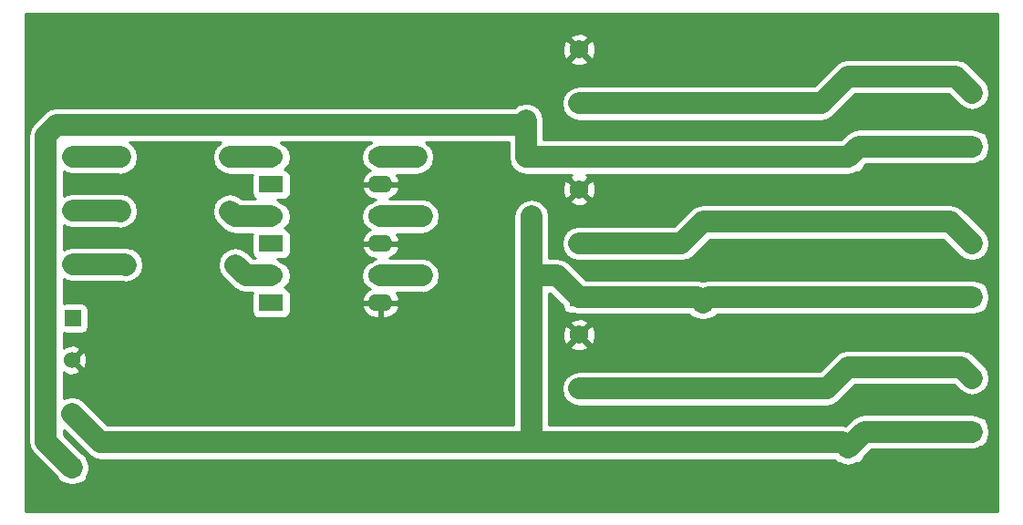
<source format=gbr>
G04 #@! TF.FileFunction,Copper,L1,Top,Signal*
%FSLAX46Y46*%
G04 Gerber Fmt 4.6, Leading zero omitted, Abs format (unit mm)*
G04 Created by KiCad (PCBNEW 4.0.7-e1-6374~58~ubuntu14.04.1) date Fri Aug 18 20:02:15 2017*
%MOMM*%
%LPD*%
G01*
G04 APERTURE LIST*
%ADD10C,0.100000*%
%ADD11C,1.524000*%
%ADD12R,1.562100X1.562100*%
%ADD13C,1.562100*%
%ADD14R,1.524000X1.524000*%
%ADD15R,1.750000X1.750000*%
%ADD16C,1.750000*%
%ADD17R,2.286000X1.574800*%
%ADD18O,2.286000X1.574800*%
%ADD19C,2.000000*%
%ADD20C,0.254000*%
G04 APERTURE END LIST*
D10*
D11*
X167580000Y-140500000D03*
X157420000Y-140500000D03*
X167580000Y-145500000D03*
X157420000Y-145500000D03*
X168080000Y-150500000D03*
X157920000Y-150500000D03*
X184920000Y-140500000D03*
X195080000Y-140500000D03*
X185420000Y-146000000D03*
X195580000Y-146000000D03*
X185420000Y-151500000D03*
X195580000Y-151500000D03*
D12*
X225000000Y-140493000D03*
D13*
X225000000Y-133000000D03*
D12*
X211500000Y-153993000D03*
D13*
X211500000Y-146500000D03*
D12*
X225000000Y-167493000D03*
D13*
X225000000Y-160000000D03*
D14*
X236500000Y-166000000D03*
D11*
X236500000Y-161000000D03*
D14*
X236500000Y-139500000D03*
D11*
X236500000Y-134500000D03*
D14*
X236500000Y-153500000D03*
D11*
X236500000Y-148500000D03*
D14*
X153035000Y-155455000D03*
D11*
X153035000Y-150455000D03*
X153035000Y-145455000D03*
X153035000Y-140455000D03*
D14*
X152908000Y-169338000D03*
D11*
X152908000Y-164338000D03*
X152908000Y-159338000D03*
D15*
X200000000Y-140500000D03*
D16*
X200000000Y-135500000D03*
X200000000Y-130500000D03*
D15*
X200000000Y-153500000D03*
D16*
X200000000Y-148500000D03*
X200000000Y-143500000D03*
D15*
X200000000Y-167000000D03*
D16*
X200000000Y-162000000D03*
X200000000Y-157000000D03*
D17*
X171420000Y-154020000D03*
D18*
X171420000Y-151480000D03*
X181580000Y-151480000D03*
X181580000Y-154020000D03*
D17*
X171420000Y-148520000D03*
D18*
X171420000Y-145980000D03*
X181580000Y-145980000D03*
X181580000Y-148520000D03*
D17*
X171420000Y-143020000D03*
D18*
X171420000Y-140480000D03*
X181580000Y-140480000D03*
X181580000Y-143020000D03*
D19*
X200000000Y-148500000D02*
X209500000Y-148500000D01*
X209500000Y-148500000D02*
X211500000Y-146500000D01*
X211500000Y-146500000D02*
X234500000Y-146500000D01*
X234500000Y-146500000D02*
X236500000Y-148500000D01*
X181580000Y-151480000D02*
X185400000Y-151480000D01*
X185400000Y-151480000D02*
X185420000Y-151500000D01*
X195580000Y-151500000D02*
X195580000Y-167000000D01*
X195580000Y-167000000D02*
X200000000Y-167000000D01*
X200000000Y-167000000D02*
X224507000Y-167000000D01*
X224507000Y-167000000D02*
X225000000Y-167493000D01*
X200000000Y-167000000D02*
X155570000Y-167000000D01*
X155570000Y-167000000D02*
X152908000Y-164338000D01*
X195580000Y-151500000D02*
X198000000Y-151500000D01*
X198000000Y-151500000D02*
X200000000Y-153500000D01*
X200000000Y-153500000D02*
X211007000Y-153500000D01*
X211007000Y-153500000D02*
X211500000Y-153993000D01*
X236500000Y-153500000D02*
X211993000Y-153500000D01*
X211993000Y-153500000D02*
X211500000Y-153993000D01*
X236500000Y-166000000D02*
X226493000Y-166000000D01*
X226493000Y-166000000D02*
X225000000Y-167493000D01*
X195580000Y-146000000D02*
X195580000Y-151500000D01*
X195080000Y-140500000D02*
X200000000Y-140500000D01*
X225000000Y-140493000D02*
X200007000Y-140493000D01*
X200007000Y-140493000D02*
X200000000Y-140500000D01*
X236500000Y-139500000D02*
X225993000Y-139500000D01*
X225993000Y-139500000D02*
X225000000Y-140493000D01*
X195080000Y-140500000D02*
X195080000Y-137080000D01*
X150500000Y-166930000D02*
X152908000Y-169338000D01*
X150500000Y-138500000D02*
X150500000Y-166930000D01*
X151500000Y-137500000D02*
X150500000Y-138500000D01*
X194660000Y-137500000D02*
X151500000Y-137500000D01*
X195080000Y-137080000D02*
X194660000Y-137500000D01*
X153035000Y-150455000D02*
X157875000Y-150455000D01*
X157875000Y-150455000D02*
X157920000Y-150500000D01*
X153035000Y-145455000D02*
X157375000Y-145455000D01*
X157375000Y-145455000D02*
X157420000Y-145500000D01*
X153035000Y-140455000D02*
X157375000Y-140455000D01*
X157375000Y-140455000D02*
X157420000Y-140500000D01*
X200000000Y-162000000D02*
X223000000Y-162000000D01*
X223000000Y-162000000D02*
X225000000Y-160000000D01*
X225000000Y-160000000D02*
X235500000Y-160000000D01*
X235500000Y-160000000D02*
X236500000Y-161000000D01*
X200000000Y-135500000D02*
X222500000Y-135500000D01*
X222500000Y-135500000D02*
X225000000Y-133000000D01*
X225000000Y-133000000D02*
X235000000Y-133000000D01*
X235000000Y-133000000D02*
X236500000Y-134500000D01*
X171420000Y-145980000D02*
X168060000Y-145980000D01*
X168060000Y-145980000D02*
X167580000Y-145500000D01*
X171420000Y-151480000D02*
X169060000Y-151480000D01*
X169060000Y-151480000D02*
X168080000Y-150500000D01*
X171420000Y-140480000D02*
X167600000Y-140480000D01*
X167600000Y-140480000D02*
X167580000Y-140500000D01*
X181580000Y-140480000D02*
X184900000Y-140480000D01*
X184900000Y-140480000D02*
X184920000Y-140500000D01*
X181580000Y-145980000D02*
X185400000Y-145980000D01*
X185400000Y-145980000D02*
X185420000Y-146000000D01*
D20*
G36*
X238873000Y-173373000D02*
X148627000Y-173373000D01*
X148627000Y-138500000D01*
X148864999Y-138500000D01*
X148865000Y-138500005D01*
X148865000Y-166929995D01*
X148864999Y-166930000D01*
X148989457Y-167555688D01*
X149343880Y-168086120D01*
X151531194Y-170273433D01*
X151542838Y-170335317D01*
X151681910Y-170551441D01*
X151894110Y-170696431D01*
X152124478Y-170743082D01*
X152282312Y-170848543D01*
X152908000Y-170973000D01*
X153533687Y-170848543D01*
X153690877Y-170743512D01*
X153905317Y-170703162D01*
X154121441Y-170564090D01*
X154266431Y-170351890D01*
X154313082Y-170121520D01*
X154418543Y-169963687D01*
X154543000Y-169338000D01*
X154418543Y-168712312D01*
X154313511Y-168555121D01*
X154273162Y-168340683D01*
X154134090Y-168124559D01*
X153921890Y-167979569D01*
X153846552Y-167964313D01*
X152135000Y-166252760D01*
X152135000Y-165877240D01*
X154413878Y-168156117D01*
X154413880Y-168156120D01*
X154687715Y-168339090D01*
X154944313Y-168510543D01*
X155570000Y-168635001D01*
X155570005Y-168635000D01*
X223696631Y-168635000D01*
X223754860Y-168725491D01*
X223967060Y-168870481D01*
X224218950Y-168921490D01*
X224251511Y-168921490D01*
X224374312Y-169003543D01*
X225000000Y-169128001D01*
X225625688Y-169003543D01*
X225748489Y-168921490D01*
X225781050Y-168921490D01*
X226016367Y-168877212D01*
X226232491Y-168738140D01*
X226377481Y-168525940D01*
X226402412Y-168402828D01*
X227170239Y-167635000D01*
X236500000Y-167635000D01*
X237125687Y-167510543D01*
X237282878Y-167405511D01*
X237497317Y-167365162D01*
X237713441Y-167226090D01*
X237858431Y-167013890D01*
X237905082Y-166783521D01*
X238010543Y-166625687D01*
X238135000Y-166000000D01*
X238010543Y-165374313D01*
X237905511Y-165217122D01*
X237865162Y-165002683D01*
X237726090Y-164786559D01*
X237513890Y-164641569D01*
X237283521Y-164594918D01*
X237125687Y-164489457D01*
X236500000Y-164365000D01*
X226493005Y-164365000D01*
X226493000Y-164364999D01*
X225867312Y-164489457D01*
X225716001Y-164590560D01*
X225336880Y-164843880D01*
X225336878Y-164843883D01*
X224764534Y-165416226D01*
X224507000Y-165364999D01*
X224506995Y-165365000D01*
X197215000Y-165365000D01*
X197215000Y-162000000D01*
X198365000Y-162000000D01*
X198489457Y-162625687D01*
X198843880Y-163156120D01*
X199374313Y-163510543D01*
X200000000Y-163635000D01*
X222999995Y-163635000D01*
X223000000Y-163635001D01*
X223625688Y-163510543D01*
X224156120Y-163156120D01*
X225677239Y-161635000D01*
X234822760Y-161635000D01*
X235343881Y-162156120D01*
X235874313Y-162510543D01*
X236500000Y-162635001D01*
X237125688Y-162510543D01*
X237656120Y-162156120D01*
X238010543Y-161625688D01*
X238135001Y-161000000D01*
X238010543Y-160374313D01*
X237656120Y-159843881D01*
X236656120Y-158843880D01*
X236125688Y-158489457D01*
X235500000Y-158364999D01*
X235499995Y-158365000D01*
X225000000Y-158365000D01*
X224374312Y-158489457D01*
X224198611Y-158606857D01*
X223843880Y-158843880D01*
X223843878Y-158843883D01*
X222322760Y-160365000D01*
X200000000Y-160365000D01*
X199374313Y-160489457D01*
X198843880Y-160843880D01*
X198489457Y-161374313D01*
X198365000Y-162000000D01*
X197215000Y-162000000D01*
X197215000Y-158062060D01*
X199117545Y-158062060D01*
X199200884Y-158315953D01*
X199765306Y-158521590D01*
X200365458Y-158495579D01*
X200799116Y-158315953D01*
X200882455Y-158062060D01*
X200000000Y-157179605D01*
X199117545Y-158062060D01*
X197215000Y-158062060D01*
X197215000Y-156765306D01*
X198478410Y-156765306D01*
X198504421Y-157365458D01*
X198684047Y-157799116D01*
X198937940Y-157882455D01*
X199820395Y-157000000D01*
X200179605Y-157000000D01*
X201062060Y-157882455D01*
X201315953Y-157799116D01*
X201521590Y-157234694D01*
X201495579Y-156634542D01*
X201315953Y-156200884D01*
X201062060Y-156117545D01*
X200179605Y-157000000D01*
X199820395Y-157000000D01*
X198937940Y-156117545D01*
X198684047Y-156200884D01*
X198478410Y-156765306D01*
X197215000Y-156765306D01*
X197215000Y-155937940D01*
X199117545Y-155937940D01*
X200000000Y-156820395D01*
X200882455Y-155937940D01*
X200799116Y-155684047D01*
X200234694Y-155478410D01*
X199634542Y-155504421D01*
X199200884Y-155684047D01*
X199117545Y-155937940D01*
X197215000Y-155937940D01*
X197215000Y-153135000D01*
X197322760Y-153135000D01*
X198477560Y-154289799D01*
X198477560Y-154375000D01*
X198521838Y-154610317D01*
X198660910Y-154826441D01*
X198873110Y-154971431D01*
X199125000Y-155022440D01*
X199434122Y-155022440D01*
X200000000Y-155135000D01*
X210196631Y-155135000D01*
X210254860Y-155225491D01*
X210467060Y-155370481D01*
X210718950Y-155421490D01*
X210751511Y-155421490D01*
X210874312Y-155503543D01*
X211500000Y-155628001D01*
X212125688Y-155503543D01*
X212248489Y-155421490D01*
X212281050Y-155421490D01*
X212516367Y-155377212D01*
X212732491Y-155238140D01*
X212802964Y-155135000D01*
X236500000Y-155135000D01*
X237125687Y-155010543D01*
X237282878Y-154905511D01*
X237497317Y-154865162D01*
X237713441Y-154726090D01*
X237858431Y-154513890D01*
X237905082Y-154283521D01*
X238010543Y-154125687D01*
X238135000Y-153500000D01*
X238010543Y-152874313D01*
X237905511Y-152717122D01*
X237865162Y-152502683D01*
X237726090Y-152286559D01*
X237513890Y-152141569D01*
X237283521Y-152094918D01*
X237125687Y-151989457D01*
X236500000Y-151865000D01*
X211993000Y-151865000D01*
X211500001Y-151963064D01*
X211007000Y-151864999D01*
X211006995Y-151865000D01*
X200677239Y-151865000D01*
X199156120Y-150343880D01*
X198625688Y-149989457D01*
X198000000Y-149864999D01*
X197999995Y-149865000D01*
X197215000Y-149865000D01*
X197215000Y-148500000D01*
X198365000Y-148500000D01*
X198489457Y-149125687D01*
X198843880Y-149656120D01*
X199374313Y-150010543D01*
X200000000Y-150135000D01*
X209499995Y-150135000D01*
X209500000Y-150135001D01*
X210125688Y-150010543D01*
X210656120Y-149656120D01*
X212177239Y-148135000D01*
X233822760Y-148135000D01*
X235343880Y-149656119D01*
X235874312Y-150010543D01*
X236500000Y-150135000D01*
X237125688Y-150010543D01*
X237656119Y-149656119D01*
X238010543Y-149125688D01*
X238135000Y-148500000D01*
X238010543Y-147874312D01*
X237656119Y-147343880D01*
X235656120Y-145343880D01*
X235125688Y-144989457D01*
X234500000Y-144864999D01*
X234499995Y-144865000D01*
X211500000Y-144865000D01*
X210874312Y-144989457D01*
X210661851Y-145131419D01*
X210343880Y-145343880D01*
X210343878Y-145343883D01*
X208822760Y-146865000D01*
X200000000Y-146865000D01*
X199374313Y-146989457D01*
X198843880Y-147343880D01*
X198489457Y-147874313D01*
X198365000Y-148500000D01*
X197215000Y-148500000D01*
X197215000Y-146000000D01*
X197090543Y-145374313D01*
X196736120Y-144843880D01*
X196314346Y-144562060D01*
X199117545Y-144562060D01*
X199200884Y-144815953D01*
X199765306Y-145021590D01*
X200365458Y-144995579D01*
X200799116Y-144815953D01*
X200882455Y-144562060D01*
X200000000Y-143679605D01*
X199117545Y-144562060D01*
X196314346Y-144562060D01*
X196205687Y-144489457D01*
X195580000Y-144365000D01*
X194954313Y-144489457D01*
X194423880Y-144843880D01*
X194069457Y-145374313D01*
X193945000Y-146000000D01*
X193945000Y-165365000D01*
X156247239Y-165365000D01*
X154064120Y-163181880D01*
X153533688Y-162827457D01*
X152908000Y-162702999D01*
X152282312Y-162827457D01*
X152135000Y-162925888D01*
X152135000Y-160414466D01*
X152176857Y-160560397D01*
X152700302Y-160747144D01*
X153255368Y-160719362D01*
X153639143Y-160560397D01*
X153708608Y-160318213D01*
X152908000Y-159517605D01*
X152893858Y-159531748D01*
X152714253Y-159352143D01*
X152728395Y-159338000D01*
X153087605Y-159338000D01*
X153888213Y-160138608D01*
X154130397Y-160069143D01*
X154317144Y-159545698D01*
X154289362Y-158990632D01*
X154130397Y-158606857D01*
X153888213Y-158537392D01*
X153087605Y-159338000D01*
X152728395Y-159338000D01*
X152714253Y-159323858D01*
X152893858Y-159144253D01*
X152908000Y-159158395D01*
X153708608Y-158357787D01*
X153639143Y-158115603D01*
X153115698Y-157928856D01*
X152560632Y-157956638D01*
X152176857Y-158115603D01*
X152135000Y-158261534D01*
X152135000Y-156836494D01*
X152273000Y-156864440D01*
X153797000Y-156864440D01*
X154032317Y-156820162D01*
X154248441Y-156681090D01*
X154393431Y-156468890D01*
X154444440Y-156217000D01*
X154444440Y-154693000D01*
X154400162Y-154457683D01*
X154261090Y-154241559D01*
X154048890Y-154096569D01*
X153797000Y-154045560D01*
X152273000Y-154045560D01*
X152135000Y-154071527D01*
X152135000Y-151782253D01*
X152409313Y-151965543D01*
X153035000Y-152090000D01*
X157693767Y-152090000D01*
X157920000Y-152135001D01*
X158545688Y-152010543D01*
X159076120Y-151656120D01*
X159430543Y-151125688D01*
X159555001Y-150500000D01*
X159430543Y-149874313D01*
X159076120Y-149343881D01*
X159031120Y-149298880D01*
X158500688Y-148944457D01*
X157875000Y-148819999D01*
X157874995Y-148820000D01*
X153035000Y-148820000D01*
X152409313Y-148944457D01*
X152135000Y-149127747D01*
X152135000Y-146782253D01*
X152409313Y-146965543D01*
X153035000Y-147090000D01*
X157193767Y-147090000D01*
X157420000Y-147135001D01*
X158045688Y-147010543D01*
X158576120Y-146656120D01*
X158930543Y-146125688D01*
X159055001Y-145500000D01*
X158930543Y-144874313D01*
X158576120Y-144343881D01*
X158531120Y-144298880D01*
X158000688Y-143944457D01*
X157375000Y-143819999D01*
X157374995Y-143820000D01*
X153035000Y-143820000D01*
X152409313Y-143944457D01*
X152135000Y-144127747D01*
X152135000Y-141782253D01*
X152409313Y-141965543D01*
X153035000Y-142090000D01*
X157193767Y-142090000D01*
X157420000Y-142135001D01*
X158045688Y-142010543D01*
X158576120Y-141656120D01*
X158930543Y-141125688D01*
X159055001Y-140500000D01*
X158930543Y-139874313D01*
X158576120Y-139343881D01*
X158531120Y-139298880D01*
X158285856Y-139135000D01*
X166726560Y-139135000D01*
X166443880Y-139323880D01*
X166443878Y-139323883D01*
X166423880Y-139343880D01*
X166069457Y-139874312D01*
X165944999Y-140500000D01*
X166069457Y-141125688D01*
X166423880Y-141656120D01*
X166954312Y-142010543D01*
X167580000Y-142135001D01*
X167680551Y-142115000D01*
X169653375Y-142115000D01*
X169629560Y-142232600D01*
X169629560Y-143807400D01*
X169673838Y-144042717D01*
X169812910Y-144258841D01*
X169939008Y-144345000D01*
X168737240Y-144345000D01*
X168736120Y-144343880D01*
X168205688Y-143989457D01*
X167580000Y-143864999D01*
X166954312Y-143989457D01*
X166423880Y-144343880D01*
X166069457Y-144874312D01*
X165944999Y-145500000D01*
X166069457Y-146125688D01*
X166423880Y-146656120D01*
X166903878Y-147136117D01*
X166903880Y-147136120D01*
X167419597Y-147480710D01*
X167434313Y-147490543D01*
X168060000Y-147615001D01*
X168060005Y-147615000D01*
X169653375Y-147615000D01*
X169629560Y-147732600D01*
X169629560Y-149307400D01*
X169673838Y-149542717D01*
X169812910Y-149758841D01*
X169939008Y-149845000D01*
X169737239Y-149845000D01*
X169236120Y-149343880D01*
X168705688Y-148989457D01*
X168080000Y-148864999D01*
X167454312Y-148989457D01*
X166923880Y-149343880D01*
X166569457Y-149874312D01*
X166444999Y-150500000D01*
X166569457Y-151125688D01*
X166923880Y-151656120D01*
X167903878Y-152636117D01*
X167903880Y-152636120D01*
X168221851Y-152848581D01*
X168434312Y-152990543D01*
X169060000Y-153115000D01*
X169653375Y-153115000D01*
X169629560Y-153232600D01*
X169629560Y-154807400D01*
X169673838Y-155042717D01*
X169812910Y-155258841D01*
X170025110Y-155403831D01*
X170277000Y-155454840D01*
X172563000Y-155454840D01*
X172798317Y-155410562D01*
X173014441Y-155271490D01*
X173159431Y-155059290D01*
X173210440Y-154807400D01*
X173210440Y-154367060D01*
X179844990Y-154367060D01*
X179861673Y-154446996D01*
X180128809Y-154935986D01*
X180562738Y-155285525D01*
X181097400Y-155442400D01*
X181453000Y-155442400D01*
X181453000Y-154147000D01*
X181707000Y-154147000D01*
X181707000Y-155442400D01*
X182062600Y-155442400D01*
X182597262Y-155285525D01*
X183031191Y-154935986D01*
X183298327Y-154446996D01*
X183315010Y-154367060D01*
X183192852Y-154147000D01*
X181707000Y-154147000D01*
X181453000Y-154147000D01*
X179967148Y-154147000D01*
X179844990Y-154367060D01*
X173210440Y-154367060D01*
X173210440Y-153232600D01*
X173166162Y-152997283D01*
X173027090Y-152781159D01*
X172814890Y-152636169D01*
X172643197Y-152601400D01*
X172816222Y-152485789D01*
X173124559Y-152024329D01*
X173232833Y-151480000D01*
X179767167Y-151480000D01*
X179875441Y-152024329D01*
X180183778Y-152485789D01*
X180578830Y-152749754D01*
X180562738Y-152754475D01*
X180128809Y-153104014D01*
X179861673Y-153593004D01*
X179844990Y-153672940D01*
X179967148Y-153893000D01*
X181453000Y-153893000D01*
X181453000Y-153873000D01*
X181707000Y-153873000D01*
X181707000Y-153893000D01*
X183192852Y-153893000D01*
X183315010Y-153672940D01*
X183298327Y-153593004D01*
X183037193Y-153115000D01*
X185319453Y-153115000D01*
X185420000Y-153135000D01*
X186045687Y-153010543D01*
X186576119Y-152656119D01*
X186930543Y-152125687D01*
X187055000Y-151500000D01*
X186930543Y-150874312D01*
X186576119Y-150343880D01*
X186556120Y-150323880D01*
X186025688Y-149969457D01*
X185400000Y-149844999D01*
X185399995Y-149845000D01*
X182394559Y-149845000D01*
X182597262Y-149785525D01*
X183031191Y-149435986D01*
X183298327Y-148946996D01*
X183315010Y-148867060D01*
X183192852Y-148647000D01*
X181707000Y-148647000D01*
X181707000Y-148667000D01*
X181453000Y-148667000D01*
X181453000Y-148647000D01*
X179967148Y-148647000D01*
X179844990Y-148867060D01*
X179861673Y-148946996D01*
X180128809Y-149435986D01*
X180562738Y-149785525D01*
X181094547Y-149941563D01*
X180954313Y-149969457D01*
X180666760Y-150161593D01*
X180645238Y-150165874D01*
X180183778Y-150474211D01*
X179875441Y-150935671D01*
X179767167Y-151480000D01*
X173232833Y-151480000D01*
X173124559Y-150935671D01*
X172816222Y-150474211D01*
X172354762Y-150165874D01*
X172333240Y-150161593D01*
X172045687Y-149969457D01*
X171972202Y-149954840D01*
X172563000Y-149954840D01*
X172798317Y-149910562D01*
X173014441Y-149771490D01*
X173159431Y-149559290D01*
X173210440Y-149307400D01*
X173210440Y-147732600D01*
X173166162Y-147497283D01*
X173027090Y-147281159D01*
X172814890Y-147136169D01*
X172643197Y-147101400D01*
X172816222Y-146985789D01*
X173124559Y-146524329D01*
X173232833Y-145980000D01*
X179767167Y-145980000D01*
X179875441Y-146524329D01*
X180183778Y-146985789D01*
X180578830Y-147249754D01*
X180562738Y-147254475D01*
X180128809Y-147604014D01*
X179861673Y-148093004D01*
X179844990Y-148172940D01*
X179967148Y-148393000D01*
X181453000Y-148393000D01*
X181453000Y-148373000D01*
X181707000Y-148373000D01*
X181707000Y-148393000D01*
X183192852Y-148393000D01*
X183315010Y-148172940D01*
X183298327Y-148093004D01*
X183037193Y-147615000D01*
X185319453Y-147615000D01*
X185420000Y-147635000D01*
X186045687Y-147510543D01*
X186576119Y-147156119D01*
X186930543Y-146625687D01*
X187055000Y-146000000D01*
X186930543Y-145374312D01*
X186576119Y-144843880D01*
X186556120Y-144823880D01*
X186025688Y-144469457D01*
X185400000Y-144344999D01*
X185399995Y-144345000D01*
X182394559Y-144345000D01*
X182597262Y-144285525D01*
X183031191Y-143935986D01*
X183298327Y-143446996D01*
X183315010Y-143367060D01*
X183258526Y-143265306D01*
X198478410Y-143265306D01*
X198504421Y-143865458D01*
X198684047Y-144299116D01*
X198937940Y-144382455D01*
X199820395Y-143500000D01*
X200179605Y-143500000D01*
X201062060Y-144382455D01*
X201315953Y-144299116D01*
X201521590Y-143734694D01*
X201495579Y-143134542D01*
X201315953Y-142700884D01*
X201062060Y-142617545D01*
X200179605Y-143500000D01*
X199820395Y-143500000D01*
X198937940Y-142617545D01*
X198684047Y-142700884D01*
X198478410Y-143265306D01*
X183258526Y-143265306D01*
X183192852Y-143147000D01*
X181707000Y-143147000D01*
X181707000Y-143167000D01*
X181453000Y-143167000D01*
X181453000Y-143147000D01*
X179967148Y-143147000D01*
X179844990Y-143367060D01*
X179861673Y-143446996D01*
X180128809Y-143935986D01*
X180562738Y-144285525D01*
X181094547Y-144441563D01*
X180954313Y-144469457D01*
X180666760Y-144661593D01*
X180645238Y-144665874D01*
X180183778Y-144974211D01*
X179875441Y-145435671D01*
X179767167Y-145980000D01*
X173232833Y-145980000D01*
X173124559Y-145435671D01*
X172816222Y-144974211D01*
X172354762Y-144665874D01*
X172333240Y-144661593D01*
X172045687Y-144469457D01*
X171972202Y-144454840D01*
X172563000Y-144454840D01*
X172798317Y-144410562D01*
X173014441Y-144271490D01*
X173159431Y-144059290D01*
X173210440Y-143807400D01*
X173210440Y-142232600D01*
X173166162Y-141997283D01*
X173027090Y-141781159D01*
X172814890Y-141636169D01*
X172643197Y-141601400D01*
X172816222Y-141485789D01*
X173124559Y-141024329D01*
X173232833Y-140480000D01*
X173124559Y-139935671D01*
X172816222Y-139474211D01*
X172354762Y-139165874D01*
X172333240Y-139161593D01*
X172293440Y-139135000D01*
X180706560Y-139135000D01*
X180666760Y-139161593D01*
X180645238Y-139165874D01*
X180183778Y-139474211D01*
X179875441Y-139935671D01*
X179767167Y-140480000D01*
X179875441Y-141024329D01*
X180183778Y-141485789D01*
X180578830Y-141749754D01*
X180562738Y-141754475D01*
X180128809Y-142104014D01*
X179861673Y-142593004D01*
X179844990Y-142672940D01*
X179967148Y-142893000D01*
X181453000Y-142893000D01*
X181453000Y-142873000D01*
X181707000Y-142873000D01*
X181707000Y-142893000D01*
X183192852Y-142893000D01*
X183315010Y-142672940D01*
X183298327Y-142593004D01*
X183037193Y-142115000D01*
X184819453Y-142115000D01*
X184920000Y-142135000D01*
X185545687Y-142010543D01*
X186076119Y-141656119D01*
X186430543Y-141125687D01*
X186555000Y-140500000D01*
X186430543Y-139874312D01*
X186076119Y-139343880D01*
X186056120Y-139323880D01*
X185773441Y-139135000D01*
X193445000Y-139135000D01*
X193445000Y-140500000D01*
X193569457Y-141125687D01*
X193923880Y-141656120D01*
X194454313Y-142010543D01*
X195080000Y-142135000D01*
X199319295Y-142135000D01*
X199200884Y-142184047D01*
X199117545Y-142437940D01*
X200000000Y-143320395D01*
X200882455Y-142437940D01*
X200799116Y-142184047D01*
X200645281Y-142128000D01*
X224999995Y-142128000D01*
X225000000Y-142128001D01*
X225625688Y-142003543D01*
X225748489Y-141921490D01*
X225781050Y-141921490D01*
X226016367Y-141877212D01*
X226232491Y-141738140D01*
X226377481Y-141525940D01*
X226402412Y-141402828D01*
X226670240Y-141135000D01*
X236500000Y-141135000D01*
X237125687Y-141010543D01*
X237282878Y-140905511D01*
X237497317Y-140865162D01*
X237713441Y-140726090D01*
X237858431Y-140513890D01*
X237905082Y-140283521D01*
X238010543Y-140125687D01*
X238135000Y-139500000D01*
X238010543Y-138874313D01*
X237905511Y-138717122D01*
X237865162Y-138502683D01*
X237726090Y-138286559D01*
X237513890Y-138141569D01*
X237283521Y-138094918D01*
X237125687Y-137989457D01*
X236500000Y-137865000D01*
X225993005Y-137865000D01*
X225993000Y-137864999D01*
X225367312Y-137989457D01*
X224836880Y-138343880D01*
X224322760Y-138858000D01*
X200007000Y-138858000D01*
X199971809Y-138865000D01*
X196715000Y-138865000D01*
X196715000Y-137080005D01*
X196715001Y-137080000D01*
X196590543Y-136454312D01*
X196236120Y-135923880D01*
X195705688Y-135569457D01*
X195356507Y-135500000D01*
X198365000Y-135500000D01*
X198489457Y-136125687D01*
X198843880Y-136656120D01*
X199374313Y-137010543D01*
X200000000Y-137135000D01*
X222499995Y-137135000D01*
X222500000Y-137135001D01*
X223125688Y-137010543D01*
X223656120Y-136656120D01*
X225677240Y-134635000D01*
X234322760Y-134635000D01*
X235343880Y-135656119D01*
X235874312Y-136010542D01*
X236500000Y-136135000D01*
X237125687Y-136010542D01*
X237656119Y-135656119D01*
X238010542Y-135125687D01*
X238135000Y-134500000D01*
X238010542Y-133874312D01*
X237656119Y-133343880D01*
X236156120Y-131843880D01*
X235625688Y-131489457D01*
X235000000Y-131364999D01*
X234999995Y-131365000D01*
X225000005Y-131365000D01*
X225000000Y-131364999D01*
X224374312Y-131489457D01*
X223843880Y-131843880D01*
X221822760Y-133865000D01*
X200000000Y-133865000D01*
X199374313Y-133989457D01*
X198843880Y-134343880D01*
X198489457Y-134874313D01*
X198365000Y-135500000D01*
X195356507Y-135500000D01*
X195080000Y-135444999D01*
X194454313Y-135569457D01*
X194012000Y-135865000D01*
X151500005Y-135865000D01*
X151500000Y-135864999D01*
X150874313Y-135989457D01*
X150343880Y-136343880D01*
X150343878Y-136343883D01*
X149343880Y-137343880D01*
X148989457Y-137874312D01*
X148864999Y-138500000D01*
X148627000Y-138500000D01*
X148627000Y-131562060D01*
X199117545Y-131562060D01*
X199200884Y-131815953D01*
X199765306Y-132021590D01*
X200365458Y-131995579D01*
X200799116Y-131815953D01*
X200882455Y-131562060D01*
X200000000Y-130679605D01*
X199117545Y-131562060D01*
X148627000Y-131562060D01*
X148627000Y-130265306D01*
X198478410Y-130265306D01*
X198504421Y-130865458D01*
X198684047Y-131299116D01*
X198937940Y-131382455D01*
X199820395Y-130500000D01*
X200179605Y-130500000D01*
X201062060Y-131382455D01*
X201315953Y-131299116D01*
X201521590Y-130734694D01*
X201495579Y-130134542D01*
X201315953Y-129700884D01*
X201062060Y-129617545D01*
X200179605Y-130500000D01*
X199820395Y-130500000D01*
X198937940Y-129617545D01*
X198684047Y-129700884D01*
X198478410Y-130265306D01*
X148627000Y-130265306D01*
X148627000Y-129437940D01*
X199117545Y-129437940D01*
X200000000Y-130320395D01*
X200882455Y-129437940D01*
X200799116Y-129184047D01*
X200234694Y-128978410D01*
X199634542Y-129004421D01*
X199200884Y-129184047D01*
X199117545Y-129437940D01*
X148627000Y-129437940D01*
X148627000Y-127127000D01*
X238873000Y-127127000D01*
X238873000Y-173373000D01*
X238873000Y-173373000D01*
G37*
X238873000Y-173373000D02*
X148627000Y-173373000D01*
X148627000Y-138500000D01*
X148864999Y-138500000D01*
X148865000Y-138500005D01*
X148865000Y-166929995D01*
X148864999Y-166930000D01*
X148989457Y-167555688D01*
X149343880Y-168086120D01*
X151531194Y-170273433D01*
X151542838Y-170335317D01*
X151681910Y-170551441D01*
X151894110Y-170696431D01*
X152124478Y-170743082D01*
X152282312Y-170848543D01*
X152908000Y-170973000D01*
X153533687Y-170848543D01*
X153690877Y-170743512D01*
X153905317Y-170703162D01*
X154121441Y-170564090D01*
X154266431Y-170351890D01*
X154313082Y-170121520D01*
X154418543Y-169963687D01*
X154543000Y-169338000D01*
X154418543Y-168712312D01*
X154313511Y-168555121D01*
X154273162Y-168340683D01*
X154134090Y-168124559D01*
X153921890Y-167979569D01*
X153846552Y-167964313D01*
X152135000Y-166252760D01*
X152135000Y-165877240D01*
X154413878Y-168156117D01*
X154413880Y-168156120D01*
X154687715Y-168339090D01*
X154944313Y-168510543D01*
X155570000Y-168635001D01*
X155570005Y-168635000D01*
X223696631Y-168635000D01*
X223754860Y-168725491D01*
X223967060Y-168870481D01*
X224218950Y-168921490D01*
X224251511Y-168921490D01*
X224374312Y-169003543D01*
X225000000Y-169128001D01*
X225625688Y-169003543D01*
X225748489Y-168921490D01*
X225781050Y-168921490D01*
X226016367Y-168877212D01*
X226232491Y-168738140D01*
X226377481Y-168525940D01*
X226402412Y-168402828D01*
X227170239Y-167635000D01*
X236500000Y-167635000D01*
X237125687Y-167510543D01*
X237282878Y-167405511D01*
X237497317Y-167365162D01*
X237713441Y-167226090D01*
X237858431Y-167013890D01*
X237905082Y-166783521D01*
X238010543Y-166625687D01*
X238135000Y-166000000D01*
X238010543Y-165374313D01*
X237905511Y-165217122D01*
X237865162Y-165002683D01*
X237726090Y-164786559D01*
X237513890Y-164641569D01*
X237283521Y-164594918D01*
X237125687Y-164489457D01*
X236500000Y-164365000D01*
X226493005Y-164365000D01*
X226493000Y-164364999D01*
X225867312Y-164489457D01*
X225716001Y-164590560D01*
X225336880Y-164843880D01*
X225336878Y-164843883D01*
X224764534Y-165416226D01*
X224507000Y-165364999D01*
X224506995Y-165365000D01*
X197215000Y-165365000D01*
X197215000Y-162000000D01*
X198365000Y-162000000D01*
X198489457Y-162625687D01*
X198843880Y-163156120D01*
X199374313Y-163510543D01*
X200000000Y-163635000D01*
X222999995Y-163635000D01*
X223000000Y-163635001D01*
X223625688Y-163510543D01*
X224156120Y-163156120D01*
X225677239Y-161635000D01*
X234822760Y-161635000D01*
X235343881Y-162156120D01*
X235874313Y-162510543D01*
X236500000Y-162635001D01*
X237125688Y-162510543D01*
X237656120Y-162156120D01*
X238010543Y-161625688D01*
X238135001Y-161000000D01*
X238010543Y-160374313D01*
X237656120Y-159843881D01*
X236656120Y-158843880D01*
X236125688Y-158489457D01*
X235500000Y-158364999D01*
X235499995Y-158365000D01*
X225000000Y-158365000D01*
X224374312Y-158489457D01*
X224198611Y-158606857D01*
X223843880Y-158843880D01*
X223843878Y-158843883D01*
X222322760Y-160365000D01*
X200000000Y-160365000D01*
X199374313Y-160489457D01*
X198843880Y-160843880D01*
X198489457Y-161374313D01*
X198365000Y-162000000D01*
X197215000Y-162000000D01*
X197215000Y-158062060D01*
X199117545Y-158062060D01*
X199200884Y-158315953D01*
X199765306Y-158521590D01*
X200365458Y-158495579D01*
X200799116Y-158315953D01*
X200882455Y-158062060D01*
X200000000Y-157179605D01*
X199117545Y-158062060D01*
X197215000Y-158062060D01*
X197215000Y-156765306D01*
X198478410Y-156765306D01*
X198504421Y-157365458D01*
X198684047Y-157799116D01*
X198937940Y-157882455D01*
X199820395Y-157000000D01*
X200179605Y-157000000D01*
X201062060Y-157882455D01*
X201315953Y-157799116D01*
X201521590Y-157234694D01*
X201495579Y-156634542D01*
X201315953Y-156200884D01*
X201062060Y-156117545D01*
X200179605Y-157000000D01*
X199820395Y-157000000D01*
X198937940Y-156117545D01*
X198684047Y-156200884D01*
X198478410Y-156765306D01*
X197215000Y-156765306D01*
X197215000Y-155937940D01*
X199117545Y-155937940D01*
X200000000Y-156820395D01*
X200882455Y-155937940D01*
X200799116Y-155684047D01*
X200234694Y-155478410D01*
X199634542Y-155504421D01*
X199200884Y-155684047D01*
X199117545Y-155937940D01*
X197215000Y-155937940D01*
X197215000Y-153135000D01*
X197322760Y-153135000D01*
X198477560Y-154289799D01*
X198477560Y-154375000D01*
X198521838Y-154610317D01*
X198660910Y-154826441D01*
X198873110Y-154971431D01*
X199125000Y-155022440D01*
X199434122Y-155022440D01*
X200000000Y-155135000D01*
X210196631Y-155135000D01*
X210254860Y-155225491D01*
X210467060Y-155370481D01*
X210718950Y-155421490D01*
X210751511Y-155421490D01*
X210874312Y-155503543D01*
X211500000Y-155628001D01*
X212125688Y-155503543D01*
X212248489Y-155421490D01*
X212281050Y-155421490D01*
X212516367Y-155377212D01*
X212732491Y-155238140D01*
X212802964Y-155135000D01*
X236500000Y-155135000D01*
X237125687Y-155010543D01*
X237282878Y-154905511D01*
X237497317Y-154865162D01*
X237713441Y-154726090D01*
X237858431Y-154513890D01*
X237905082Y-154283521D01*
X238010543Y-154125687D01*
X238135000Y-153500000D01*
X238010543Y-152874313D01*
X237905511Y-152717122D01*
X237865162Y-152502683D01*
X237726090Y-152286559D01*
X237513890Y-152141569D01*
X237283521Y-152094918D01*
X237125687Y-151989457D01*
X236500000Y-151865000D01*
X211993000Y-151865000D01*
X211500001Y-151963064D01*
X211007000Y-151864999D01*
X211006995Y-151865000D01*
X200677239Y-151865000D01*
X199156120Y-150343880D01*
X198625688Y-149989457D01*
X198000000Y-149864999D01*
X197999995Y-149865000D01*
X197215000Y-149865000D01*
X197215000Y-148500000D01*
X198365000Y-148500000D01*
X198489457Y-149125687D01*
X198843880Y-149656120D01*
X199374313Y-150010543D01*
X200000000Y-150135000D01*
X209499995Y-150135000D01*
X209500000Y-150135001D01*
X210125688Y-150010543D01*
X210656120Y-149656120D01*
X212177239Y-148135000D01*
X233822760Y-148135000D01*
X235343880Y-149656119D01*
X235874312Y-150010543D01*
X236500000Y-150135000D01*
X237125688Y-150010543D01*
X237656119Y-149656119D01*
X238010543Y-149125688D01*
X238135000Y-148500000D01*
X238010543Y-147874312D01*
X237656119Y-147343880D01*
X235656120Y-145343880D01*
X235125688Y-144989457D01*
X234500000Y-144864999D01*
X234499995Y-144865000D01*
X211500000Y-144865000D01*
X210874312Y-144989457D01*
X210661851Y-145131419D01*
X210343880Y-145343880D01*
X210343878Y-145343883D01*
X208822760Y-146865000D01*
X200000000Y-146865000D01*
X199374313Y-146989457D01*
X198843880Y-147343880D01*
X198489457Y-147874313D01*
X198365000Y-148500000D01*
X197215000Y-148500000D01*
X197215000Y-146000000D01*
X197090543Y-145374313D01*
X196736120Y-144843880D01*
X196314346Y-144562060D01*
X199117545Y-144562060D01*
X199200884Y-144815953D01*
X199765306Y-145021590D01*
X200365458Y-144995579D01*
X200799116Y-144815953D01*
X200882455Y-144562060D01*
X200000000Y-143679605D01*
X199117545Y-144562060D01*
X196314346Y-144562060D01*
X196205687Y-144489457D01*
X195580000Y-144365000D01*
X194954313Y-144489457D01*
X194423880Y-144843880D01*
X194069457Y-145374313D01*
X193945000Y-146000000D01*
X193945000Y-165365000D01*
X156247239Y-165365000D01*
X154064120Y-163181880D01*
X153533688Y-162827457D01*
X152908000Y-162702999D01*
X152282312Y-162827457D01*
X152135000Y-162925888D01*
X152135000Y-160414466D01*
X152176857Y-160560397D01*
X152700302Y-160747144D01*
X153255368Y-160719362D01*
X153639143Y-160560397D01*
X153708608Y-160318213D01*
X152908000Y-159517605D01*
X152893858Y-159531748D01*
X152714253Y-159352143D01*
X152728395Y-159338000D01*
X153087605Y-159338000D01*
X153888213Y-160138608D01*
X154130397Y-160069143D01*
X154317144Y-159545698D01*
X154289362Y-158990632D01*
X154130397Y-158606857D01*
X153888213Y-158537392D01*
X153087605Y-159338000D01*
X152728395Y-159338000D01*
X152714253Y-159323858D01*
X152893858Y-159144253D01*
X152908000Y-159158395D01*
X153708608Y-158357787D01*
X153639143Y-158115603D01*
X153115698Y-157928856D01*
X152560632Y-157956638D01*
X152176857Y-158115603D01*
X152135000Y-158261534D01*
X152135000Y-156836494D01*
X152273000Y-156864440D01*
X153797000Y-156864440D01*
X154032317Y-156820162D01*
X154248441Y-156681090D01*
X154393431Y-156468890D01*
X154444440Y-156217000D01*
X154444440Y-154693000D01*
X154400162Y-154457683D01*
X154261090Y-154241559D01*
X154048890Y-154096569D01*
X153797000Y-154045560D01*
X152273000Y-154045560D01*
X152135000Y-154071527D01*
X152135000Y-151782253D01*
X152409313Y-151965543D01*
X153035000Y-152090000D01*
X157693767Y-152090000D01*
X157920000Y-152135001D01*
X158545688Y-152010543D01*
X159076120Y-151656120D01*
X159430543Y-151125688D01*
X159555001Y-150500000D01*
X159430543Y-149874313D01*
X159076120Y-149343881D01*
X159031120Y-149298880D01*
X158500688Y-148944457D01*
X157875000Y-148819999D01*
X157874995Y-148820000D01*
X153035000Y-148820000D01*
X152409313Y-148944457D01*
X152135000Y-149127747D01*
X152135000Y-146782253D01*
X152409313Y-146965543D01*
X153035000Y-147090000D01*
X157193767Y-147090000D01*
X157420000Y-147135001D01*
X158045688Y-147010543D01*
X158576120Y-146656120D01*
X158930543Y-146125688D01*
X159055001Y-145500000D01*
X158930543Y-144874313D01*
X158576120Y-144343881D01*
X158531120Y-144298880D01*
X158000688Y-143944457D01*
X157375000Y-143819999D01*
X157374995Y-143820000D01*
X153035000Y-143820000D01*
X152409313Y-143944457D01*
X152135000Y-144127747D01*
X152135000Y-141782253D01*
X152409313Y-141965543D01*
X153035000Y-142090000D01*
X157193767Y-142090000D01*
X157420000Y-142135001D01*
X158045688Y-142010543D01*
X158576120Y-141656120D01*
X158930543Y-141125688D01*
X159055001Y-140500000D01*
X158930543Y-139874313D01*
X158576120Y-139343881D01*
X158531120Y-139298880D01*
X158285856Y-139135000D01*
X166726560Y-139135000D01*
X166443880Y-139323880D01*
X166443878Y-139323883D01*
X166423880Y-139343880D01*
X166069457Y-139874312D01*
X165944999Y-140500000D01*
X166069457Y-141125688D01*
X166423880Y-141656120D01*
X166954312Y-142010543D01*
X167580000Y-142135001D01*
X167680551Y-142115000D01*
X169653375Y-142115000D01*
X169629560Y-142232600D01*
X169629560Y-143807400D01*
X169673838Y-144042717D01*
X169812910Y-144258841D01*
X169939008Y-144345000D01*
X168737240Y-144345000D01*
X168736120Y-144343880D01*
X168205688Y-143989457D01*
X167580000Y-143864999D01*
X166954312Y-143989457D01*
X166423880Y-144343880D01*
X166069457Y-144874312D01*
X165944999Y-145500000D01*
X166069457Y-146125688D01*
X166423880Y-146656120D01*
X166903878Y-147136117D01*
X166903880Y-147136120D01*
X167419597Y-147480710D01*
X167434313Y-147490543D01*
X168060000Y-147615001D01*
X168060005Y-147615000D01*
X169653375Y-147615000D01*
X169629560Y-147732600D01*
X169629560Y-149307400D01*
X169673838Y-149542717D01*
X169812910Y-149758841D01*
X169939008Y-149845000D01*
X169737239Y-149845000D01*
X169236120Y-149343880D01*
X168705688Y-148989457D01*
X168080000Y-148864999D01*
X167454312Y-148989457D01*
X166923880Y-149343880D01*
X166569457Y-149874312D01*
X166444999Y-150500000D01*
X166569457Y-151125688D01*
X166923880Y-151656120D01*
X167903878Y-152636117D01*
X167903880Y-152636120D01*
X168221851Y-152848581D01*
X168434312Y-152990543D01*
X169060000Y-153115000D01*
X169653375Y-153115000D01*
X169629560Y-153232600D01*
X169629560Y-154807400D01*
X169673838Y-155042717D01*
X169812910Y-155258841D01*
X170025110Y-155403831D01*
X170277000Y-155454840D01*
X172563000Y-155454840D01*
X172798317Y-155410562D01*
X173014441Y-155271490D01*
X173159431Y-155059290D01*
X173210440Y-154807400D01*
X173210440Y-154367060D01*
X179844990Y-154367060D01*
X179861673Y-154446996D01*
X180128809Y-154935986D01*
X180562738Y-155285525D01*
X181097400Y-155442400D01*
X181453000Y-155442400D01*
X181453000Y-154147000D01*
X181707000Y-154147000D01*
X181707000Y-155442400D01*
X182062600Y-155442400D01*
X182597262Y-155285525D01*
X183031191Y-154935986D01*
X183298327Y-154446996D01*
X183315010Y-154367060D01*
X183192852Y-154147000D01*
X181707000Y-154147000D01*
X181453000Y-154147000D01*
X179967148Y-154147000D01*
X179844990Y-154367060D01*
X173210440Y-154367060D01*
X173210440Y-153232600D01*
X173166162Y-152997283D01*
X173027090Y-152781159D01*
X172814890Y-152636169D01*
X172643197Y-152601400D01*
X172816222Y-152485789D01*
X173124559Y-152024329D01*
X173232833Y-151480000D01*
X179767167Y-151480000D01*
X179875441Y-152024329D01*
X180183778Y-152485789D01*
X180578830Y-152749754D01*
X180562738Y-152754475D01*
X180128809Y-153104014D01*
X179861673Y-153593004D01*
X179844990Y-153672940D01*
X179967148Y-153893000D01*
X181453000Y-153893000D01*
X181453000Y-153873000D01*
X181707000Y-153873000D01*
X181707000Y-153893000D01*
X183192852Y-153893000D01*
X183315010Y-153672940D01*
X183298327Y-153593004D01*
X183037193Y-153115000D01*
X185319453Y-153115000D01*
X185420000Y-153135000D01*
X186045687Y-153010543D01*
X186576119Y-152656119D01*
X186930543Y-152125687D01*
X187055000Y-151500000D01*
X186930543Y-150874312D01*
X186576119Y-150343880D01*
X186556120Y-150323880D01*
X186025688Y-149969457D01*
X185400000Y-149844999D01*
X185399995Y-149845000D01*
X182394559Y-149845000D01*
X182597262Y-149785525D01*
X183031191Y-149435986D01*
X183298327Y-148946996D01*
X183315010Y-148867060D01*
X183192852Y-148647000D01*
X181707000Y-148647000D01*
X181707000Y-148667000D01*
X181453000Y-148667000D01*
X181453000Y-148647000D01*
X179967148Y-148647000D01*
X179844990Y-148867060D01*
X179861673Y-148946996D01*
X180128809Y-149435986D01*
X180562738Y-149785525D01*
X181094547Y-149941563D01*
X180954313Y-149969457D01*
X180666760Y-150161593D01*
X180645238Y-150165874D01*
X180183778Y-150474211D01*
X179875441Y-150935671D01*
X179767167Y-151480000D01*
X173232833Y-151480000D01*
X173124559Y-150935671D01*
X172816222Y-150474211D01*
X172354762Y-150165874D01*
X172333240Y-150161593D01*
X172045687Y-149969457D01*
X171972202Y-149954840D01*
X172563000Y-149954840D01*
X172798317Y-149910562D01*
X173014441Y-149771490D01*
X173159431Y-149559290D01*
X173210440Y-149307400D01*
X173210440Y-147732600D01*
X173166162Y-147497283D01*
X173027090Y-147281159D01*
X172814890Y-147136169D01*
X172643197Y-147101400D01*
X172816222Y-146985789D01*
X173124559Y-146524329D01*
X173232833Y-145980000D01*
X179767167Y-145980000D01*
X179875441Y-146524329D01*
X180183778Y-146985789D01*
X180578830Y-147249754D01*
X180562738Y-147254475D01*
X180128809Y-147604014D01*
X179861673Y-148093004D01*
X179844990Y-148172940D01*
X179967148Y-148393000D01*
X181453000Y-148393000D01*
X181453000Y-148373000D01*
X181707000Y-148373000D01*
X181707000Y-148393000D01*
X183192852Y-148393000D01*
X183315010Y-148172940D01*
X183298327Y-148093004D01*
X183037193Y-147615000D01*
X185319453Y-147615000D01*
X185420000Y-147635000D01*
X186045687Y-147510543D01*
X186576119Y-147156119D01*
X186930543Y-146625687D01*
X187055000Y-146000000D01*
X186930543Y-145374312D01*
X186576119Y-144843880D01*
X186556120Y-144823880D01*
X186025688Y-144469457D01*
X185400000Y-144344999D01*
X185399995Y-144345000D01*
X182394559Y-144345000D01*
X182597262Y-144285525D01*
X183031191Y-143935986D01*
X183298327Y-143446996D01*
X183315010Y-143367060D01*
X183258526Y-143265306D01*
X198478410Y-143265306D01*
X198504421Y-143865458D01*
X198684047Y-144299116D01*
X198937940Y-144382455D01*
X199820395Y-143500000D01*
X200179605Y-143500000D01*
X201062060Y-144382455D01*
X201315953Y-144299116D01*
X201521590Y-143734694D01*
X201495579Y-143134542D01*
X201315953Y-142700884D01*
X201062060Y-142617545D01*
X200179605Y-143500000D01*
X199820395Y-143500000D01*
X198937940Y-142617545D01*
X198684047Y-142700884D01*
X198478410Y-143265306D01*
X183258526Y-143265306D01*
X183192852Y-143147000D01*
X181707000Y-143147000D01*
X181707000Y-143167000D01*
X181453000Y-143167000D01*
X181453000Y-143147000D01*
X179967148Y-143147000D01*
X179844990Y-143367060D01*
X179861673Y-143446996D01*
X180128809Y-143935986D01*
X180562738Y-144285525D01*
X181094547Y-144441563D01*
X180954313Y-144469457D01*
X180666760Y-144661593D01*
X180645238Y-144665874D01*
X180183778Y-144974211D01*
X179875441Y-145435671D01*
X179767167Y-145980000D01*
X173232833Y-145980000D01*
X173124559Y-145435671D01*
X172816222Y-144974211D01*
X172354762Y-144665874D01*
X172333240Y-144661593D01*
X172045687Y-144469457D01*
X171972202Y-144454840D01*
X172563000Y-144454840D01*
X172798317Y-144410562D01*
X173014441Y-144271490D01*
X173159431Y-144059290D01*
X173210440Y-143807400D01*
X173210440Y-142232600D01*
X173166162Y-141997283D01*
X173027090Y-141781159D01*
X172814890Y-141636169D01*
X172643197Y-141601400D01*
X172816222Y-141485789D01*
X173124559Y-141024329D01*
X173232833Y-140480000D01*
X173124559Y-139935671D01*
X172816222Y-139474211D01*
X172354762Y-139165874D01*
X172333240Y-139161593D01*
X172293440Y-139135000D01*
X180706560Y-139135000D01*
X180666760Y-139161593D01*
X180645238Y-139165874D01*
X180183778Y-139474211D01*
X179875441Y-139935671D01*
X179767167Y-140480000D01*
X179875441Y-141024329D01*
X180183778Y-141485789D01*
X180578830Y-141749754D01*
X180562738Y-141754475D01*
X180128809Y-142104014D01*
X179861673Y-142593004D01*
X179844990Y-142672940D01*
X179967148Y-142893000D01*
X181453000Y-142893000D01*
X181453000Y-142873000D01*
X181707000Y-142873000D01*
X181707000Y-142893000D01*
X183192852Y-142893000D01*
X183315010Y-142672940D01*
X183298327Y-142593004D01*
X183037193Y-142115000D01*
X184819453Y-142115000D01*
X184920000Y-142135000D01*
X185545687Y-142010543D01*
X186076119Y-141656119D01*
X186430543Y-141125687D01*
X186555000Y-140500000D01*
X186430543Y-139874312D01*
X186076119Y-139343880D01*
X186056120Y-139323880D01*
X185773441Y-139135000D01*
X193445000Y-139135000D01*
X193445000Y-140500000D01*
X193569457Y-141125687D01*
X193923880Y-141656120D01*
X194454313Y-142010543D01*
X195080000Y-142135000D01*
X199319295Y-142135000D01*
X199200884Y-142184047D01*
X199117545Y-142437940D01*
X200000000Y-143320395D01*
X200882455Y-142437940D01*
X200799116Y-142184047D01*
X200645281Y-142128000D01*
X224999995Y-142128000D01*
X225000000Y-142128001D01*
X225625688Y-142003543D01*
X225748489Y-141921490D01*
X225781050Y-141921490D01*
X226016367Y-141877212D01*
X226232491Y-141738140D01*
X226377481Y-141525940D01*
X226402412Y-141402828D01*
X226670240Y-141135000D01*
X236500000Y-141135000D01*
X237125687Y-141010543D01*
X237282878Y-140905511D01*
X237497317Y-140865162D01*
X237713441Y-140726090D01*
X237858431Y-140513890D01*
X237905082Y-140283521D01*
X238010543Y-140125687D01*
X238135000Y-139500000D01*
X238010543Y-138874313D01*
X237905511Y-138717122D01*
X237865162Y-138502683D01*
X237726090Y-138286559D01*
X237513890Y-138141569D01*
X237283521Y-138094918D01*
X237125687Y-137989457D01*
X236500000Y-137865000D01*
X225993005Y-137865000D01*
X225993000Y-137864999D01*
X225367312Y-137989457D01*
X224836880Y-138343880D01*
X224322760Y-138858000D01*
X200007000Y-138858000D01*
X199971809Y-138865000D01*
X196715000Y-138865000D01*
X196715000Y-137080005D01*
X196715001Y-137080000D01*
X196590543Y-136454312D01*
X196236120Y-135923880D01*
X195705688Y-135569457D01*
X195356507Y-135500000D01*
X198365000Y-135500000D01*
X198489457Y-136125687D01*
X198843880Y-136656120D01*
X199374313Y-137010543D01*
X200000000Y-137135000D01*
X222499995Y-137135000D01*
X222500000Y-137135001D01*
X223125688Y-137010543D01*
X223656120Y-136656120D01*
X225677240Y-134635000D01*
X234322760Y-134635000D01*
X235343880Y-135656119D01*
X235874312Y-136010542D01*
X236500000Y-136135000D01*
X237125687Y-136010542D01*
X237656119Y-135656119D01*
X238010542Y-135125687D01*
X238135000Y-134500000D01*
X238010542Y-133874312D01*
X237656119Y-133343880D01*
X236156120Y-131843880D01*
X235625688Y-131489457D01*
X235000000Y-131364999D01*
X234999995Y-131365000D01*
X225000005Y-131365000D01*
X225000000Y-131364999D01*
X224374312Y-131489457D01*
X223843880Y-131843880D01*
X221822760Y-133865000D01*
X200000000Y-133865000D01*
X199374313Y-133989457D01*
X198843880Y-134343880D01*
X198489457Y-134874313D01*
X198365000Y-135500000D01*
X195356507Y-135500000D01*
X195080000Y-135444999D01*
X194454313Y-135569457D01*
X194012000Y-135865000D01*
X151500005Y-135865000D01*
X151500000Y-135864999D01*
X150874313Y-135989457D01*
X150343880Y-136343880D01*
X150343878Y-136343883D01*
X149343880Y-137343880D01*
X148989457Y-137874312D01*
X148864999Y-138500000D01*
X148627000Y-138500000D01*
X148627000Y-131562060D01*
X199117545Y-131562060D01*
X199200884Y-131815953D01*
X199765306Y-132021590D01*
X200365458Y-131995579D01*
X200799116Y-131815953D01*
X200882455Y-131562060D01*
X200000000Y-130679605D01*
X199117545Y-131562060D01*
X148627000Y-131562060D01*
X148627000Y-130265306D01*
X198478410Y-130265306D01*
X198504421Y-130865458D01*
X198684047Y-131299116D01*
X198937940Y-131382455D01*
X199820395Y-130500000D01*
X200179605Y-130500000D01*
X201062060Y-131382455D01*
X201315953Y-131299116D01*
X201521590Y-130734694D01*
X201495579Y-130134542D01*
X201315953Y-129700884D01*
X201062060Y-129617545D01*
X200179605Y-130500000D01*
X199820395Y-130500000D01*
X198937940Y-129617545D01*
X198684047Y-129700884D01*
X198478410Y-130265306D01*
X148627000Y-130265306D01*
X148627000Y-129437940D01*
X199117545Y-129437940D01*
X200000000Y-130320395D01*
X200882455Y-129437940D01*
X200799116Y-129184047D01*
X200234694Y-128978410D01*
X199634542Y-129004421D01*
X199200884Y-129184047D01*
X199117545Y-129437940D01*
X148627000Y-129437940D01*
X148627000Y-127127000D01*
X238873000Y-127127000D01*
X238873000Y-173373000D01*
M02*

</source>
